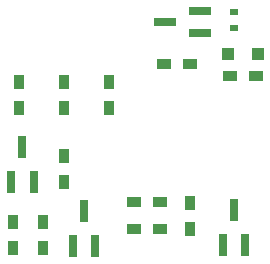
<source format=gtp>
G04 #@! TF.FileFunction,Paste,Top*
%FSLAX46Y46*%
G04 Gerber Fmt 4.6, Leading zero omitted, Abs format (unit mm)*
G04 Created by KiCad (PCBNEW 4.0.7) date 02/24/18 20:28:21*
%MOMM*%
%LPD*%
G01*
G04 APERTURE LIST*
%ADD10C,0.100000*%
%ADD11R,0.900000X1.200000*%
%ADD12R,0.700000X0.600000*%
%ADD13R,1.000000X1.000000*%
%ADD14R,1.200000X0.900000*%
%ADD15R,0.800000X1.900000*%
%ADD16R,1.900000X0.800000*%
G04 APERTURE END LIST*
D10*
D11*
X151257000Y-129921000D03*
X151257000Y-132121000D03*
D12*
X169926000Y-112138000D03*
X169926000Y-113538000D03*
D13*
X171938000Y-115697000D03*
X169438000Y-115697000D03*
D11*
X153797000Y-129964000D03*
X153797000Y-132164000D03*
D14*
X161460000Y-128270000D03*
X163660000Y-128270000D03*
X163660000Y-130556000D03*
X161460000Y-130556000D03*
D11*
X166243000Y-130513000D03*
X166243000Y-128313000D03*
D14*
X166200000Y-116586000D03*
X164000000Y-116586000D03*
D11*
X151765000Y-118110000D03*
X151765000Y-120310000D03*
X155575000Y-118110000D03*
X155575000Y-120310000D03*
X155575000Y-126533000D03*
X155575000Y-124333000D03*
X159385000Y-118110000D03*
X159385000Y-120310000D03*
D14*
X169588000Y-117602000D03*
X171788000Y-117602000D03*
D15*
X151069000Y-126595000D03*
X152969000Y-126595000D03*
X152019000Y-123595000D03*
D16*
X167084000Y-113980000D03*
X167084000Y-112080000D03*
X164084000Y-113030000D03*
D15*
X156276000Y-132032000D03*
X158176000Y-132032000D03*
X157226000Y-129032000D03*
X168976000Y-131929000D03*
X170876000Y-131929000D03*
X169926000Y-128929000D03*
M02*

</source>
